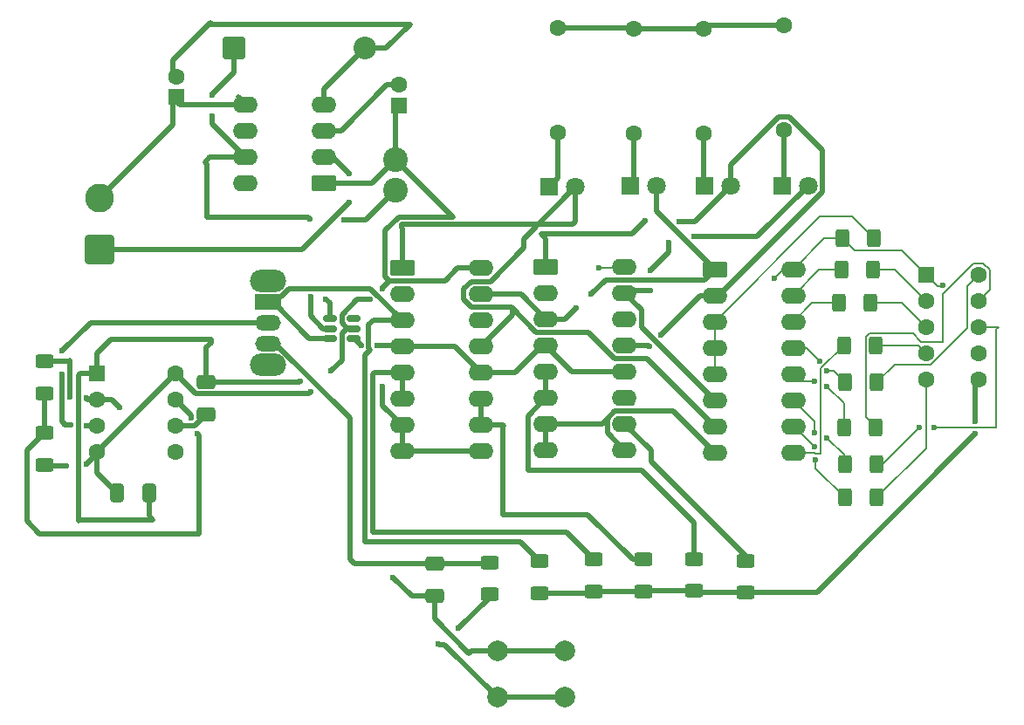
<source format=gbr>
%TF.GenerationSoftware,KiCad,Pcbnew,9.0.3*%
%TF.CreationDate,2025-12-16T11:33:00+01:00*%
%TF.ProjectId,PTP_Josip_Grgic_Project1,5054505f-4a6f-4736-9970-5f4772676963,rev?*%
%TF.SameCoordinates,Original*%
%TF.FileFunction,Copper,L1,Top*%
%TF.FilePolarity,Positive*%
%FSLAX46Y46*%
G04 Gerber Fmt 4.6, Leading zero omitted, Abs format (unit mm)*
G04 Created by KiCad (PCBNEW 9.0.3) date 2025-12-16 11:33:00*
%MOMM*%
%LPD*%
G01*
G04 APERTURE LIST*
G04 Aperture macros list*
%AMRoundRect*
0 Rectangle with rounded corners*
0 $1 Rounding radius*
0 $2 $3 $4 $5 $6 $7 $8 $9 X,Y pos of 4 corners*
0 Add a 4 corners polygon primitive as box body*
4,1,4,$2,$3,$4,$5,$6,$7,$8,$9,$2,$3,0*
0 Add four circle primitives for the rounded corners*
1,1,$1+$1,$2,$3*
1,1,$1+$1,$4,$5*
1,1,$1+$1,$6,$7*
1,1,$1+$1,$8,$9*
0 Add four rect primitives between the rounded corners*
20,1,$1+$1,$2,$3,$4,$5,0*
20,1,$1+$1,$4,$5,$6,$7,0*
20,1,$1+$1,$6,$7,$8,$9,0*
20,1,$1+$1,$8,$9,$2,$3,0*%
G04 Aperture macros list end*
%TA.AperFunction,ComponentPad*%
%ADD10RoundRect,0.250000X0.550000X-0.550000X0.550000X0.550000X-0.550000X0.550000X-0.550000X-0.550000X0*%
%TD*%
%TA.AperFunction,ComponentPad*%
%ADD11C,1.600000*%
%TD*%
%TA.AperFunction,ComponentPad*%
%ADD12RoundRect,0.250000X0.950000X0.550000X-0.950000X0.550000X-0.950000X-0.550000X0.950000X-0.550000X0*%
%TD*%
%TA.AperFunction,ComponentPad*%
%ADD13O,2.400000X1.600000*%
%TD*%
%TA.AperFunction,SMDPad,CuDef*%
%ADD14RoundRect,0.250000X0.650000X-0.412500X0.650000X0.412500X-0.650000X0.412500X-0.650000X-0.412500X0*%
%TD*%
%TA.AperFunction,SMDPad,CuDef*%
%ADD15RoundRect,0.250000X-0.400000X-0.625000X0.400000X-0.625000X0.400000X0.625000X-0.400000X0.625000X0*%
%TD*%
%TA.AperFunction,SMDPad,CuDef*%
%ADD16RoundRect,0.250000X0.625000X-0.400000X0.625000X0.400000X-0.625000X0.400000X-0.625000X-0.400000X0*%
%TD*%
%TA.AperFunction,ComponentPad*%
%ADD17C,2.400000*%
%TD*%
%TA.AperFunction,SMDPad,CuDef*%
%ADD18RoundRect,0.250000X-0.412500X-0.650000X0.412500X-0.650000X0.412500X0.650000X-0.412500X0.650000X0*%
%TD*%
%TA.AperFunction,ComponentPad*%
%ADD19RoundRect,0.250000X-0.550000X-0.550000X0.550000X-0.550000X0.550000X0.550000X-0.550000X0.550000X0*%
%TD*%
%TA.AperFunction,ComponentPad*%
%ADD20C,2.000000*%
%TD*%
%TA.AperFunction,ComponentPad*%
%ADD21R,1.800000X1.800000*%
%TD*%
%TA.AperFunction,ComponentPad*%
%ADD22C,1.800000*%
%TD*%
%TA.AperFunction,SMDPad,CuDef*%
%ADD23RoundRect,0.250000X-0.625000X0.400000X-0.625000X-0.400000X0.625000X-0.400000X0.625000X0.400000X0*%
%TD*%
%TA.AperFunction,ComponentPad*%
%ADD24RoundRect,0.250000X-0.950000X-0.550000X0.950000X-0.550000X0.950000X0.550000X-0.950000X0.550000X0*%
%TD*%
%TA.AperFunction,SMDPad,CuDef*%
%ADD25RoundRect,0.150000X-0.512500X-0.150000X0.512500X-0.150000X0.512500X0.150000X-0.512500X0.150000X0*%
%TD*%
%TA.AperFunction,ComponentPad*%
%ADD26R,1.600000X1.600000*%
%TD*%
%TA.AperFunction,ComponentPad*%
%ADD27RoundRect,0.250001X1.149999X-1.149999X1.149999X1.149999X-1.149999X1.149999X-1.149999X-1.149999X0*%
%TD*%
%TA.AperFunction,ComponentPad*%
%ADD28C,2.800000*%
%TD*%
%TA.AperFunction,ComponentPad*%
%ADD29RoundRect,0.249999X-0.850001X-0.850001X0.850001X-0.850001X0.850001X0.850001X-0.850001X0.850001X0*%
%TD*%
%TA.AperFunction,ComponentPad*%
%ADD30C,2.200000*%
%TD*%
%TA.AperFunction,ComponentPad*%
%ADD31O,3.500000X2.200000*%
%TD*%
%TA.AperFunction,ComponentPad*%
%ADD32R,2.500000X1.500000*%
%TD*%
%TA.AperFunction,ComponentPad*%
%ADD33O,2.500000X1.500000*%
%TD*%
%TA.AperFunction,ViaPad*%
%ADD34C,0.600000*%
%TD*%
%TA.AperFunction,Conductor*%
%ADD35C,0.500000*%
%TD*%
%TA.AperFunction,Conductor*%
%ADD36C,0.200000*%
%TD*%
G04 APERTURE END LIST*
D10*
%TO.P,C1,1*%
%TO.N,VD*%
X132000000Y-57425000D03*
D11*
%TO.P,C1,2*%
%TO.N,GND*%
X132000000Y-55425000D03*
%TD*%
D12*
%TO.P,U1,1,FB*%
%TO.N,+5V*%
X146325000Y-65775000D03*
D13*
%TO.P,U1,2,SGND*%
%TO.N,GND*%
X146325000Y-63235000D03*
%TO.P,U1,3,~{ON}/OFF*%
X146325000Y-60695000D03*
%TO.P,U1,4,PGND*%
X146325000Y-58155000D03*
%TO.P,U1,5,VIN*%
%TO.N,VD*%
X138705000Y-58155000D03*
%TO.P,U1,6,NC*%
%TO.N,unconnected-(U1-NC-Pad6)*%
X138705000Y-60695000D03*
%TO.P,U1,7,OUT*%
%TO.N,Net-(D4-K)*%
X138705000Y-63235000D03*
%TO.P,U1,8,NC*%
%TO.N,unconnected-(U1-NC-Pad8)*%
X138705000Y-65775000D03*
%TD*%
D14*
%TO.P,C3,1*%
%TO.N,GND*%
X157025000Y-105850000D03*
%TO.P,C3,2*%
%TO.N,Net-(SW2-A)*%
X157025000Y-102725000D03*
%TD*%
D15*
%TO.P,R6,1*%
%TO.N,Net-(U4-b)*%
X196725000Y-89450000D03*
%TO.P,R6,2*%
%TO.N,Net-(U5-B)*%
X199825000Y-89450000D03*
%TD*%
D16*
%TO.P,R12,1*%
%TO.N,+5V*%
X187200000Y-105500000D03*
%TO.P,R12,2*%
%TO.N,Net-(U3B-J)*%
X187200000Y-102400000D03*
%TD*%
D17*
%TO.P,L1,1,1*%
%TO.N,Net-(D4-K)*%
X153250000Y-66475000D03*
%TO.P,L1,2,2*%
%TO.N,+5V*%
X153250000Y-63475000D03*
%TD*%
D18*
%TO.P,C4,1*%
%TO.N,+5V*%
X126237500Y-95800000D03*
%TO.P,C4,2*%
%TO.N,GND*%
X129362500Y-95800000D03*
%TD*%
D15*
%TO.P,R14,1*%
%TO.N,Net-(U4-d)*%
X196825000Y-96245000D03*
%TO.P,R14,2*%
%TO.N,Net-(U5-D)*%
X199925000Y-96245000D03*
%TD*%
D16*
%TO.P,R9,1*%
%TO.N,+5V*%
X172450000Y-105400000D03*
%TO.P,R9,2*%
%TO.N,Net-(U2A-J)*%
X172450000Y-102300000D03*
%TD*%
D19*
%TO.P,U7,1,GND*%
%TO.N,GND*%
X124295000Y-84215000D03*
D11*
%TO.P,U7,2,TR*%
%TO.N,Net-(U7-THR)*%
X124295000Y-86755000D03*
%TO.P,U7,3,Q*%
%TO.N,555*%
X124295000Y-89295000D03*
%TO.P,U7,4,R*%
%TO.N,+5V*%
X124295000Y-91835000D03*
%TO.P,U7,5,CV*%
%TO.N,unconnected-(U7-CV-Pad5)*%
X131915000Y-91835000D03*
%TO.P,U7,6,THR*%
%TO.N,Net-(U7-THR)*%
X131915000Y-89295000D03*
%TO.P,U7,7,DIS*%
%TO.N,Net-(U7-DIS)*%
X131915000Y-86755000D03*
%TO.P,U7,8,VCC*%
%TO.N,+5V*%
X131915000Y-84215000D03*
%TD*%
D20*
%TO.P,SW1,1,1*%
%TO.N,GND*%
X163125000Y-111175000D03*
X169625000Y-111175000D03*
%TO.P,SW1,2,2*%
%TO.N,Net-(R13-Pad1)*%
X163125000Y-115675000D03*
X169625000Y-115675000D03*
%TD*%
D21*
%TO.P,D3,1,K*%
%TO.N,Net-(D3-K)*%
X183225000Y-66000000D03*
D22*
%TO.P,D3,2,A*%
%TO.N,Q2*%
X185765000Y-66000000D03*
%TD*%
D14*
%TO.P,C5,1*%
%TO.N,Net-(U7-THR)*%
X134850000Y-88175000D03*
%TO.P,C5,2*%
%TO.N,GND*%
X134850000Y-85050000D03*
%TD*%
D23*
%TO.P,R7,1*%
%TO.N,Clock*%
X167250000Y-102425000D03*
%TO.P,R7,2*%
%TO.N,+5V*%
X167250000Y-105525000D03*
%TD*%
D21*
%TO.P,D1,1,K*%
%TO.N,Net-(D1-K)*%
X168160000Y-66150000D03*
D22*
%TO.P,D1,2,A*%
%TO.N,Q0*%
X170700000Y-66150000D03*
%TD*%
D11*
%TO.P,R3,1*%
%TO.N,Net-(D3-K)*%
X183150000Y-60980000D03*
%TO.P,R3,2*%
%TO.N,GND*%
X183150000Y-50820000D03*
%TD*%
D21*
%TO.P,D2,1,K*%
%TO.N,Net-(D2-K)*%
X175975000Y-66000000D03*
D22*
%TO.P,D2,2,A*%
%TO.N,Q1*%
X178515000Y-66000000D03*
%TD*%
D21*
%TO.P,D5,1,K*%
%TO.N,Net-(D5-K)*%
X190725000Y-66000000D03*
D22*
%TO.P,D5,2,A*%
%TO.N,Q3*%
X193265000Y-66000000D03*
%TD*%
D15*
%TO.P,R17,1*%
%TO.N,Net-(U4-f)*%
X196475000Y-74150000D03*
%TO.P,R17,2*%
%TO.N,Net-(U5-F)*%
X199575000Y-74150000D03*
%TD*%
D16*
%TO.P,R20,1*%
%TO.N,Net-(U7-DIS)*%
X119175000Y-86150000D03*
%TO.P,R20,2*%
%TO.N,Net-(U7-THR)*%
X119175000Y-83050000D03*
%TD*%
D15*
%TO.P,R18,1*%
%TO.N,Net-(U4-g)*%
X196225000Y-77400000D03*
%TO.P,R18,2*%
%TO.N,Net-(U5-G)*%
X199325000Y-77400000D03*
%TD*%
D24*
%TO.P,U3,1,Q*%
%TO.N,Q2*%
X167830000Y-73895000D03*
D13*
%TO.P,U3,2,~{Q}*%
%TO.N,unconnected-(U3A-~{Q}-Pad2)*%
X167830000Y-76435000D03*
%TO.P,U3,3,C*%
%TO.N,Q1*%
X167830000Y-78975000D03*
%TO.P,U3,4,R*%
%TO.N,Reset*%
X167830000Y-81515000D03*
%TO.P,U3,5,K*%
%TO.N,Net-(U3A-J)*%
X167830000Y-84055000D03*
%TO.P,U3,6,J*%
X167830000Y-86595000D03*
%TO.P,U3,7,S*%
%TO.N,GND*%
X167830000Y-89135000D03*
%TO.P,U3,8,VSS*%
X167830000Y-91675000D03*
%TO.P,U3,9,S*%
X175450000Y-91675000D03*
%TO.P,U3,10,J*%
%TO.N,Net-(U3B-J)*%
X175450000Y-89135000D03*
%TO.P,U3,11,K*%
X175450000Y-86595000D03*
%TO.P,U3,12,R*%
%TO.N,Reset*%
X175450000Y-84055000D03*
%TO.P,U3,13,C*%
%TO.N,Q2*%
X175450000Y-81515000D03*
%TO.P,U3,14,~{Q}*%
%TO.N,unconnected-(U3B-~{Q}-Pad14)*%
X175450000Y-78975000D03*
%TO.P,U3,15,Q*%
%TO.N,Q3*%
X175450000Y-76435000D03*
%TO.P,U3,16,VDD*%
%TO.N,+5V*%
X175450000Y-73895000D03*
%TD*%
D25*
%TO.P,U6,1*%
%TO.N,Q3*%
X146912500Y-78925000D03*
%TO.P,U6,2,GND*%
%TO.N,GND*%
X146912500Y-79875000D03*
%TO.P,U6,3*%
%TO.N,Clock*%
X146912500Y-80825000D03*
%TO.P,U6,4*%
%TO.N,Reset*%
X149187500Y-80825000D03*
%TO.P,U6,5,VCC*%
%TO.N,+5V*%
X149187500Y-79875000D03*
%TO.P,U6,6*%
%TO.N,Q1*%
X149187500Y-78925000D03*
%TD*%
D16*
%TO.P,R10,1*%
%TO.N,+5V*%
X177300000Y-105400000D03*
%TO.P,R10,2*%
%TO.N,Net-(U2B-J)*%
X177300000Y-102300000D03*
%TD*%
D15*
%TO.P,R5,1*%
%TO.N,Net-(U4-a)*%
X196825000Y-85095000D03*
%TO.P,R5,2*%
%TO.N,Net-(U5-A)*%
X199925000Y-85095000D03*
%TD*%
D16*
%TO.P,R13,1*%
%TO.N,Net-(R13-Pad1)*%
X162375000Y-105675000D03*
%TO.P,R13,2*%
%TO.N,Net-(SW2-A)*%
X162375000Y-102575000D03*
%TD*%
D24*
%TO.P,U4,1,B*%
%TO.N,Q1*%
X184190000Y-74135000D03*
D13*
%TO.P,U4,2,C*%
%TO.N,Q2*%
X184190000Y-76675000D03*
%TO.P,U4,3,LT*%
%TO.N,Net-(U4-BI)*%
X184190000Y-79215000D03*
%TO.P,U4,4,BI*%
X184190000Y-81755000D03*
%TO.P,U4,5,RBI*%
X184190000Y-84295000D03*
%TO.P,U4,6,D*%
%TO.N,Q3*%
X184190000Y-86835000D03*
%TO.P,U4,7,A*%
%TO.N,Q0*%
X184190000Y-89375000D03*
%TO.P,U4,8,GND*%
%TO.N,GND*%
X184190000Y-91915000D03*
%TO.P,U4,9,e*%
%TO.N,Net-(U4-e)*%
X191810000Y-91915000D03*
%TO.P,U4,10,d*%
%TO.N,Net-(U4-d)*%
X191810000Y-89375000D03*
%TO.P,U4,11,c*%
%TO.N,Net-(U4-c)*%
X191810000Y-86835000D03*
%TO.P,U4,12,b*%
%TO.N,Net-(U4-b)*%
X191810000Y-84295000D03*
%TO.P,U4,13,a*%
%TO.N,Net-(U4-a)*%
X191810000Y-81755000D03*
%TO.P,U4,14,g*%
%TO.N,Net-(U4-g)*%
X191810000Y-79215000D03*
%TO.P,U4,15,f*%
%TO.N,Net-(U4-f)*%
X191810000Y-76675000D03*
%TO.P,U4,16,VCC*%
%TO.N,+5V*%
X191810000Y-74135000D03*
%TD*%
D11*
%TO.P,R4,1*%
%TO.N,Net-(D5-K)*%
X190900000Y-60630000D03*
%TO.P,R4,2*%
%TO.N,GND*%
X190900000Y-50470000D03*
%TD*%
D15*
%TO.P,R8,1*%
%TO.N,Net-(U4-c)*%
X196825000Y-92995000D03*
%TO.P,R8,2*%
%TO.N,Net-(U5-C)*%
X199925000Y-92995000D03*
%TD*%
%TO.P,R16,1*%
%TO.N,Net-(U4-e)*%
X196725000Y-81520000D03*
%TO.P,R16,2*%
%TO.N,Net-(U5-E)*%
X199825000Y-81520000D03*
%TD*%
%TO.P,R15,1*%
%TO.N,+5V*%
X196575000Y-71125000D03*
%TO.P,R15,2*%
%TO.N,Net-(U4-BI)*%
X199675000Y-71125000D03*
%TD*%
D11*
%TO.P,R1,1*%
%TO.N,Net-(D1-K)*%
X169025000Y-60855000D03*
%TO.P,R1,2*%
%TO.N,GND*%
X169025000Y-50695000D03*
%TD*%
D26*
%TO.P,U5,1,CA*%
%TO.N,+5V*%
X204682500Y-74632500D03*
D11*
%TO.P,U5,2,F*%
%TO.N,Net-(U5-F)*%
X204682500Y-77172500D03*
%TO.P,U5,3,G*%
%TO.N,Net-(U5-G)*%
X204682500Y-79712500D03*
%TO.P,U5,4,E*%
%TO.N,Net-(U5-E)*%
X204682500Y-82252500D03*
%TO.P,U5,5,D*%
%TO.N,Net-(U5-D)*%
X204682500Y-84792500D03*
%TO.P,U5,6,CA*%
%TO.N,+5V*%
X209762500Y-84792500D03*
%TO.P,U5,7,DP*%
%TO.N,unconnected-(U5-DP-Pad7)*%
X209762500Y-82252500D03*
%TO.P,U5,8,C*%
%TO.N,Net-(U5-C)*%
X209762500Y-79712500D03*
%TO.P,U5,9,B*%
%TO.N,Net-(U5-B)*%
X209762500Y-77172500D03*
%TO.P,U5,10,A*%
%TO.N,Net-(U5-A)*%
X209762500Y-74632500D03*
%TD*%
%TO.P,R2,1*%
%TO.N,Net-(D2-K)*%
X176325000Y-60980000D03*
%TO.P,R2,2*%
%TO.N,GND*%
X176325000Y-50820000D03*
%TD*%
D27*
%TO.P,J1,1,Pin_1*%
%TO.N,GND*%
X124542500Y-72200000D03*
D28*
%TO.P,J1,2,Pin_2*%
%TO.N,VD*%
X124542500Y-67200000D03*
%TD*%
D24*
%TO.P,U2,1,Q*%
%TO.N,Q0*%
X153915000Y-74010000D03*
D13*
%TO.P,U2,2,~{Q}*%
%TO.N,unconnected-(U2A-~{Q}-Pad2)*%
X153915000Y-76550000D03*
%TO.P,U2,3,C*%
%TO.N,Clock*%
X153915000Y-79090000D03*
%TO.P,U2,4,R*%
%TO.N,Reset*%
X153915000Y-81630000D03*
%TO.P,U2,5,K*%
%TO.N,Net-(U2A-J)*%
X153915000Y-84170000D03*
%TO.P,U2,6,J*%
X153915000Y-86710000D03*
%TO.P,U2,7,S*%
%TO.N,GND*%
X153915000Y-89250000D03*
%TO.P,U2,8,VSS*%
X153915000Y-91790000D03*
%TO.P,U2,9,S*%
X161535000Y-91790000D03*
%TO.P,U2,10,J*%
%TO.N,Net-(U2B-J)*%
X161535000Y-89250000D03*
%TO.P,U2,11,K*%
X161535000Y-86710000D03*
%TO.P,U2,12,R*%
%TO.N,Reset*%
X161535000Y-84170000D03*
%TO.P,U2,13,C*%
%TO.N,Q0*%
X161535000Y-81630000D03*
%TO.P,U2,14,~{Q}*%
%TO.N,unconnected-(U2B-~{Q}-Pad14)*%
X161535000Y-79090000D03*
%TO.P,U2,15,Q*%
%TO.N,Q1*%
X161535000Y-76550000D03*
%TO.P,U2,16,VDD*%
%TO.N,+5V*%
X161535000Y-74010000D03*
%TD*%
D16*
%TO.P,R11,1*%
%TO.N,+5V*%
X182225000Y-105350000D03*
%TO.P,R11,2*%
%TO.N,Net-(U3A-J)*%
X182225000Y-102250000D03*
%TD*%
D10*
%TO.P,C2,1*%
%TO.N,+5V*%
X153550000Y-58225000D03*
D11*
%TO.P,C2,2*%
%TO.N,GND*%
X153550000Y-56225000D03*
%TD*%
D29*
%TO.P,D4,1,K*%
%TO.N,Net-(D4-K)*%
X137600000Y-52650000D03*
D30*
%TO.P,D4,2,A*%
%TO.N,GND*%
X150300000Y-52650000D03*
%TD*%
D16*
%TO.P,R19,1*%
%TO.N,+5V*%
X119175000Y-93100000D03*
%TO.P,R19,2*%
%TO.N,Net-(U7-DIS)*%
X119175000Y-90000000D03*
%TD*%
D31*
%TO.P,SW2,*%
%TO.N,*%
X140850000Y-75225000D03*
X140850000Y-83425000D03*
D32*
%TO.P,SW2,1,B*%
%TO.N,Clock*%
X140850000Y-77325000D03*
D33*
%TO.P,SW2,2,C*%
%TO.N,555*%
X140850000Y-79325000D03*
%TO.P,SW2,3,A*%
%TO.N,Net-(SW2-A)*%
X140850000Y-81325000D03*
%TD*%
D34*
%TO.N,+5V*%
X152000000Y-76049000D03*
X150815341Y-77051000D03*
%TO.N,GND*%
X144000000Y-72200000D03*
X144999000Y-76750000D03*
%TO.N,+5V*%
X147000000Y-84000000D03*
X145000000Y-86000000D03*
%TO.N,Q1*%
X149187500Y-78925000D03*
X162181269Y-77051000D03*
X160688240Y-76811759D03*
X160688240Y-76811759D03*
X160688240Y-76811759D03*
%TO.N,Net-(U3B-J)*%
X176214978Y-87134000D03*
%TO.N,+5V*%
X173000000Y-74000000D03*
X190000000Y-75000000D03*
%TO.N,GND*%
X152000000Y-85500000D03*
X167000000Y-92000000D03*
%TO.N,+5V*%
X206299527Y-75689893D03*
%TO.N,GND*%
X144000000Y-85000000D03*
%TO.N,Net-(U7-THR)*%
X126500000Y-87500000D03*
%TO.N,GND*%
X153000000Y-104000000D03*
%TO.N,Q3*%
X146500000Y-77000000D03*
%TO.N,Reset*%
X149900000Y-81500000D03*
X151500000Y-81500000D03*
%TO.N,Q2*%
X179000000Y-80500000D03*
X177897169Y-81602831D03*
%TO.N,+5V*%
X209500000Y-88900000D03*
X209500000Y-90100000D03*
%TO.N,Net-(U5-C)*%
X205500000Y-89500000D03*
X204000000Y-89500000D03*
%TO.N,Net-(U4-d)*%
X193893327Y-91315000D03*
X194000000Y-92600000D03*
%TO.N,Net-(U4-c)*%
X193900000Y-90000000D03*
X195100000Y-90500000D03*
%TO.N,Net-(U4-b)*%
X193900000Y-85000000D03*
X195100000Y-85500000D03*
%TO.N,Net-(U4-a)*%
X194375735Y-83020735D03*
X195100000Y-84000000D03*
%TO.N,GND*%
X148775000Y-64850000D03*
X148775000Y-67625000D03*
%TO.N,+5V*%
X121300000Y-93200000D03*
X123225000Y-93050000D03*
%TO.N,Net-(U7-THR)*%
X121675000Y-86525000D03*
X123225000Y-86600000D03*
%TO.N,Q1*%
X170737169Y-77862831D03*
X172200000Y-76550000D03*
%TO.N,Q2*%
X180775000Y-69475000D03*
X177475000Y-69400000D03*
%TO.N,Net-(D4-K)*%
X144975000Y-69275000D03*
X148275000Y-69325000D03*
X135450000Y-59250000D03*
X135450000Y-57200000D03*
%TO.N,Q3*%
X177925000Y-74275000D03*
X179750000Y-71525000D03*
X177950000Y-76175000D03*
X182175000Y-70975000D03*
%TO.N,Net-(R13-Pad1)*%
X159375000Y-108950000D03*
X157425000Y-110500000D03*
%TO.N,Net-(U7-DIS)*%
X134000000Y-90050000D03*
X133426752Y-88537586D03*
%TO.N,555*%
X120875000Y-84350000D03*
X123225000Y-89325000D03*
X120925000Y-82050000D03*
X121725000Y-89225000D03*
%TD*%
D35*
%TO.N,Net-(U7-DIS)*%
X117500000Y-91675000D02*
X119175000Y-90000000D01*
X117500000Y-98575000D02*
X117500000Y-91675000D01*
D36*
%TO.N,Net-(U5-C)*%
X211712500Y-79712500D02*
X209762500Y-79712500D01*
X211500000Y-89500000D02*
X211500000Y-79925000D01*
X205500000Y-89500000D02*
X211500000Y-89500000D01*
X211500000Y-79925000D02*
X211712500Y-79712500D01*
D35*
%TO.N,Net-(U7-DIS)*%
X134150000Y-90200000D02*
X134000000Y-90050000D01*
X134075000Y-99775000D02*
X134150000Y-99850000D01*
X118700000Y-99775000D02*
X134075000Y-99775000D01*
X117500000Y-98575000D02*
X118700000Y-99775000D01*
X134150000Y-99850000D02*
X134150000Y-90200000D01*
%TO.N,+5V*%
X152000000Y-75928708D02*
X152667708Y-75261000D01*
X152000000Y-76049000D02*
X152000000Y-75928708D01*
X149544900Y-77051000D02*
X150815341Y-77051000D01*
X148074000Y-78521900D02*
X149544900Y-77051000D01*
X148074000Y-79328100D02*
X148074000Y-78521900D01*
X148620900Y-79875000D02*
X148074000Y-79328100D01*
X149187500Y-79875000D02*
X148620900Y-79875000D01*
%TO.N,GND*%
X144200000Y-72200000D02*
X144000000Y-72200000D01*
X144999000Y-78623999D02*
X144999000Y-76750000D01*
X146250001Y-79875000D02*
X144999000Y-78623999D01*
X146912500Y-79875000D02*
X146250001Y-79875000D01*
%TO.N,+5V*%
X148525001Y-79875000D02*
X149187500Y-79875000D01*
X148074000Y-82926000D02*
X148074000Y-80326001D01*
X147000000Y-84000000D02*
X148074000Y-82926000D01*
X144836500Y-86163500D02*
X145000000Y-86000000D01*
X133863500Y-86163500D02*
X144836500Y-86163500D01*
X148074000Y-80326001D02*
X148525001Y-79875000D01*
X131915000Y-84215000D02*
X133863500Y-86163500D01*
%TO.N,Q1*%
X161680269Y-76550000D02*
X162181269Y-77051000D01*
X161535000Y-76550000D02*
X161680269Y-76550000D01*
X160949999Y-76550000D02*
X160688240Y-76811759D01*
X161535000Y-76550000D02*
X160949999Y-76550000D01*
%TO.N,Q0*%
X164592910Y-78572090D02*
X164592910Y-77907090D01*
X161535000Y-81630000D02*
X164592910Y-78572090D01*
X164592910Y-77907090D02*
X166911819Y-80226000D01*
%TO.N,GND*%
X173280819Y-89135000D02*
X173799000Y-88616819D01*
X167830000Y-89135000D02*
X173280819Y-89135000D01*
X167830000Y-91675000D02*
X167830000Y-89135000D01*
%TO.N,Net-(U3B-J)*%
X175675978Y-86595000D02*
X176214978Y-87134000D01*
X175450000Y-86595000D02*
X175675978Y-86595000D01*
D36*
%TO.N,+5V*%
X175345000Y-74000000D02*
X173000000Y-74000000D01*
X175450000Y-73895000D02*
X175345000Y-74000000D01*
%TO.N,Net-(U4-BI)*%
X184190000Y-79215000D02*
X184190000Y-84295000D01*
%TO.N,+5V*%
X190865000Y-74135000D02*
X190000000Y-75000000D01*
X191810000Y-74135000D02*
X190865000Y-74135000D01*
D35*
%TO.N,Net-(U3A-J)*%
X167830000Y-86595000D02*
X167830000Y-84055000D01*
%TO.N,Net-(U2B-J)*%
X161535000Y-86710000D02*
X161535000Y-89250000D01*
%TO.N,Net-(U2A-J)*%
X153915000Y-86710000D02*
X153915000Y-84170000D01*
%TO.N,GND*%
X152000000Y-87335000D02*
X152000000Y-85500000D01*
X153915000Y-89250000D02*
X152000000Y-87335000D01*
X153915000Y-91790000D02*
X153915000Y-89250000D01*
X161535000Y-91790000D02*
X153915000Y-91790000D01*
X167325000Y-91675000D02*
X167000000Y-92000000D01*
X167830000Y-91675000D02*
X167325000Y-91675000D01*
X173799000Y-90024000D02*
X175450000Y-91675000D01*
X174531819Y-87884000D02*
X173799000Y-88616819D01*
X180159000Y-87884000D02*
X174531819Y-87884000D01*
X173799000Y-88616819D02*
X173799000Y-90024000D01*
X184190000Y-91915000D02*
X180159000Y-87884000D01*
D36*
%TO.N,+5V*%
X206189893Y-75799527D02*
X206299527Y-75689893D01*
X205849527Y-75799527D02*
X206189893Y-75799527D01*
X204682500Y-74632500D02*
X205849527Y-75799527D01*
D35*
X152264000Y-70369636D02*
X152264000Y-74857292D01*
X152264000Y-74857292D02*
X152667708Y-75261000D01*
X153559636Y-69074000D02*
X152264000Y-70369636D01*
X158849000Y-69074000D02*
X153559636Y-69074000D01*
X159285000Y-74010000D02*
X161535000Y-74010000D01*
X153250000Y-63475000D02*
X158849000Y-69074000D01*
X152667708Y-75261000D02*
X158034000Y-75261000D01*
X158034000Y-75261000D02*
X159285000Y-74010000D01*
%TO.N,GND*%
X143950000Y-85050000D02*
X144000000Y-85000000D01*
X134850000Y-85050000D02*
X143950000Y-85050000D01*
%TO.N,Net-(U7-THR)*%
X125755000Y-86755000D02*
X126500000Y-87500000D01*
X124295000Y-86755000D02*
X125755000Y-86755000D01*
%TO.N,+5V*%
X124295000Y-91835000D02*
X131915000Y-84215000D01*
%TO.N,GND*%
X163125000Y-111175000D02*
X169625000Y-111175000D01*
%TO.N,Net-(R13-Pad1)*%
X163125000Y-115675000D02*
X169625000Y-115675000D01*
%TO.N,GND*%
X154850000Y-105850000D02*
X153000000Y-104000000D01*
X157025000Y-105850000D02*
X154850000Y-105850000D01*
%TO.N,Clock*%
X142142445Y-76776000D02*
X142918445Y-76000000D01*
X142918445Y-76000000D02*
X150825000Y-76000000D01*
X141399000Y-76776000D02*
X142142445Y-76776000D01*
X140850000Y-77325000D02*
X141399000Y-76776000D01*
X150825000Y-76000000D02*
X153915000Y-79090000D01*
%TO.N,Reset*%
X153785000Y-81500000D02*
X153915000Y-81630000D01*
X151500000Y-81500000D02*
X153785000Y-81500000D01*
X149225000Y-80825000D02*
X149900000Y-81500000D01*
X149187500Y-80825000D02*
X149225000Y-80825000D01*
X158995000Y-81630000D02*
X161535000Y-84170000D01*
X153915000Y-81630000D02*
X158995000Y-81630000D01*
X164830000Y-84170000D02*
X161535000Y-84170000D01*
X167485000Y-81515000D02*
X164830000Y-84170000D01*
X167830000Y-81515000D02*
X167485000Y-81515000D01*
X170370000Y-84055000D02*
X167830000Y-81515000D01*
X175450000Y-84055000D02*
X170370000Y-84055000D01*
%TO.N,Q2*%
X182825000Y-76675000D02*
X184190000Y-76675000D01*
X179000000Y-80500000D02*
X182825000Y-76675000D01*
X177809338Y-81515000D02*
X177897169Y-81602831D01*
X175450000Y-81515000D02*
X177809338Y-81515000D01*
%TO.N,+5V*%
X209500000Y-85055000D02*
X209762500Y-84792500D01*
X209500000Y-88900000D02*
X209500000Y-85055000D01*
X194100000Y-105500000D02*
X209500000Y-90100000D01*
X187200000Y-105500000D02*
X194100000Y-105500000D01*
D36*
X197751000Y-72301000D02*
X196575000Y-71125000D01*
X202351000Y-72301000D02*
X197751000Y-72301000D01*
X204682500Y-74632500D02*
X202351000Y-72301000D01*
D35*
%TO.N,Q2*%
X184590000Y-76675000D02*
X184190000Y-76675000D01*
X191418182Y-59379000D02*
X194616000Y-62576818D01*
X194616000Y-62576818D02*
X194616000Y-66649000D01*
X190381818Y-59379000D02*
X191418182Y-59379000D01*
X194616000Y-66649000D02*
X184590000Y-76675000D01*
X185765000Y-63995818D02*
X190381818Y-59379000D01*
X185765000Y-66000000D02*
X185765000Y-63995818D01*
%TO.N,Q3*%
X177101000Y-79746000D02*
X184190000Y-86835000D01*
X177101000Y-78086000D02*
X177101000Y-79746000D01*
X175450000Y-76435000D02*
X177101000Y-78086000D01*
%TO.N,Q0*%
X177581000Y-82766000D02*
X184190000Y-89375000D01*
X174531819Y-82766000D02*
X177581000Y-82766000D01*
X171991819Y-80226000D02*
X174531819Y-82766000D01*
X166911819Y-80226000D02*
X171991819Y-80226000D01*
X164486819Y-77801000D02*
X164592910Y-77907090D01*
X160616819Y-77801000D02*
X164486819Y-77801000D01*
X159884000Y-77068181D02*
X160616819Y-77801000D01*
X159884000Y-76031819D02*
X159884000Y-77068181D01*
X160616819Y-75299000D02*
X159884000Y-76031819D01*
X162453181Y-75299000D02*
X160616819Y-75299000D01*
X165695364Y-72056817D02*
X162453181Y-75299000D01*
X165695364Y-71154636D02*
X165695364Y-72056817D01*
X170700000Y-66150000D02*
X165695364Y-71154636D01*
D36*
%TO.N,Net-(U5-B)*%
X210863500Y-76071500D02*
X209762500Y-77172500D01*
X210863500Y-74176450D02*
X210863500Y-76071500D01*
X210218550Y-73531500D02*
X210863500Y-74176450D01*
X209306450Y-73531500D02*
X210218550Y-73531500D01*
X206348500Y-76489450D02*
X209306450Y-73531500D01*
X206348500Y-81151500D02*
X206348500Y-76489450D01*
X204226450Y-81151500D02*
X206348500Y-81151500D01*
X203418950Y-80344000D02*
X204226450Y-81151500D01*
X199189840Y-80344000D02*
X203418950Y-80344000D01*
X198874000Y-80659840D02*
X199189840Y-80344000D01*
X198874000Y-88499000D02*
X198874000Y-80659840D01*
X199825000Y-89450000D02*
X198874000Y-88499000D01*
%TO.N,Net-(U5-A)*%
X208661500Y-75733500D02*
X209762500Y-74632500D01*
X208661500Y-79838500D02*
X208661500Y-75733500D01*
X205146500Y-83353500D02*
X208661500Y-79838500D01*
X201666500Y-83353500D02*
X205146500Y-83353500D01*
X199925000Y-85095000D02*
X201666500Y-83353500D01*
%TO.N,Net-(U5-E)*%
X199825000Y-81520000D02*
X203950000Y-81520000D01*
X203950000Y-81520000D02*
X204682500Y-82252500D01*
%TO.N,Net-(U5-G)*%
X202370000Y-77400000D02*
X204682500Y-79712500D01*
X199325000Y-77400000D02*
X202370000Y-77400000D01*
%TO.N,Net-(U5-F)*%
X201660000Y-74150000D02*
X204682500Y-77172500D01*
X199575000Y-74150000D02*
X201660000Y-74150000D01*
%TO.N,Net-(U4-BI)*%
X197550000Y-69000000D02*
X194405000Y-69000000D01*
X194405000Y-69000000D02*
X184190000Y-79215000D01*
X199675000Y-71125000D02*
X197550000Y-69000000D01*
%TO.N,Net-(U5-C)*%
X200505000Y-92995000D02*
X204000000Y-89500000D01*
X199925000Y-92995000D02*
X200505000Y-92995000D01*
%TO.N,Net-(U5-D)*%
X204682500Y-91487500D02*
X204682500Y-84792500D01*
X199925000Y-96245000D02*
X204682500Y-91487500D01*
%TO.N,Net-(U4-d)*%
X191953327Y-89375000D02*
X191810000Y-89375000D01*
X193893327Y-91315000D02*
X191953327Y-89375000D01*
X196825000Y-96245000D02*
X194000000Y-93420000D01*
X194000000Y-93420000D02*
X194000000Y-92600000D01*
%TO.N,Net-(U4-c)*%
X193900000Y-88925000D02*
X191810000Y-86835000D01*
X193900000Y-90000000D02*
X193900000Y-88925000D01*
X196825000Y-92225000D02*
X195100000Y-90500000D01*
X196825000Y-92995000D02*
X196825000Y-92225000D01*
%TO.N,Net-(U4-b)*%
X192515000Y-85000000D02*
X191810000Y-84295000D01*
X196725000Y-87125000D02*
X195100000Y-85500000D01*
X193900000Y-85000000D02*
X192515000Y-85000000D01*
X196725000Y-89450000D02*
X196725000Y-87125000D01*
%TO.N,Net-(U4-a)*%
X193110000Y-81755000D02*
X191810000Y-81755000D01*
X194375735Y-83020735D02*
X193110000Y-81755000D01*
X195730000Y-84000000D02*
X195100000Y-84000000D01*
X196825000Y-85095000D02*
X195730000Y-84000000D01*
%TO.N,Net-(U4-e)*%
X194500000Y-83745000D02*
X194500000Y-92000000D01*
X194000000Y-92000000D02*
X193915000Y-91915000D01*
X196725000Y-81520000D02*
X194500000Y-83745000D01*
X194500000Y-92000000D02*
X194000000Y-92000000D01*
X193915000Y-91915000D02*
X191810000Y-91915000D01*
%TO.N,Net-(U4-g)*%
X193625000Y-77400000D02*
X191810000Y-79215000D01*
X196225000Y-77400000D02*
X193625000Y-77400000D01*
%TO.N,Net-(U4-f)*%
X196475000Y-74150000D02*
X194335000Y-74150000D01*
X194335000Y-74150000D02*
X191810000Y-76675000D01*
%TO.N,+5V*%
X194820000Y-71125000D02*
X191810000Y-74135000D01*
X196575000Y-71125000D02*
X194820000Y-71125000D01*
D35*
%TO.N,VD*%
X131625000Y-60117500D02*
X124542500Y-67200000D01*
X138705000Y-58155000D02*
X132355000Y-58155000D01*
X137975000Y-57425000D02*
X138705000Y-58155000D01*
X131625000Y-57425000D02*
X131625000Y-60117500D01*
X132355000Y-58155000D02*
X131625000Y-57425000D01*
%TO.N,GND*%
X153550000Y-56225000D02*
X152418630Y-56225000D01*
X147948630Y-60695000D02*
X146325000Y-60695000D01*
X122685000Y-84215000D02*
X122475000Y-84425000D01*
X134850000Y-81725000D02*
X134850000Y-85050000D01*
X146325000Y-63235000D02*
X147160000Y-63235000D01*
X122575000Y-98425000D02*
X129725000Y-98425000D01*
X144000000Y-72200000D02*
X124542500Y-72200000D01*
X122475000Y-84425000D02*
X122475000Y-98525000D01*
X131625000Y-53825000D02*
X135250000Y-50200000D01*
X147160000Y-63235000D02*
X148775000Y-64850000D01*
X124542500Y-72200000D02*
X124542500Y-71832500D01*
X122475000Y-98525000D02*
X122575000Y-98425000D01*
X157025000Y-105850000D02*
X157025000Y-108050000D01*
X176325000Y-50820000D02*
X183150000Y-50820000D01*
X157025000Y-108050000D02*
X160375000Y-111400000D01*
X124295000Y-84215000D02*
X124295000Y-82255000D01*
X135400000Y-50350000D02*
X154650000Y-50350000D01*
X129362500Y-98062500D02*
X129362500Y-95800000D01*
X183150000Y-50820000D02*
X183420000Y-50820000D01*
X129725000Y-98425000D02*
X129362500Y-98062500D01*
X146325000Y-56625000D02*
X150300000Y-52650000D01*
X160375000Y-111400000D02*
X160600000Y-111175000D01*
X152418630Y-56225000D02*
X147948630Y-60695000D01*
X135250000Y-50200000D02*
X135400000Y-50350000D01*
X176200000Y-50695000D02*
X176325000Y-50820000D01*
X183420000Y-50820000D02*
X183770000Y-50470000D01*
X131625000Y-55425000D02*
X131625000Y-53825000D01*
X169025000Y-50695000D02*
X169025000Y-50475000D01*
X124295000Y-84215000D02*
X122685000Y-84215000D01*
X160600000Y-111175000D02*
X163125000Y-111175000D01*
X125625000Y-80925000D02*
X135350000Y-80925000D01*
X169025000Y-50695000D02*
X176200000Y-50695000D01*
X124295000Y-82255000D02*
X125625000Y-80925000D01*
X146325000Y-58155000D02*
X146325000Y-56625000D01*
X152350000Y-52650000D02*
X150300000Y-52650000D01*
X183770000Y-50470000D02*
X190900000Y-50470000D01*
X154650000Y-50350000D02*
X152350000Y-52650000D01*
X135350000Y-81225000D02*
X134850000Y-81725000D01*
X148775000Y-67625000D02*
X144200000Y-72200000D01*
X135350000Y-80925000D02*
X135350000Y-81225000D01*
%TO.N,+5V*%
X167250000Y-105525000D02*
X172325000Y-105525000D01*
X172325000Y-105525000D02*
X172450000Y-105400000D01*
X177350000Y-105350000D02*
X177300000Y-105400000D01*
X150950000Y-65775000D02*
X153250000Y-63475000D01*
X182225000Y-105350000D02*
X177350000Y-105350000D01*
X153550000Y-58225000D02*
X153550000Y-58550000D01*
X177300000Y-105400000D02*
X172450000Y-105400000D01*
X124295000Y-93857500D02*
X126237500Y-95800000D01*
X124295000Y-91835000D02*
X124295000Y-93857500D01*
X121300000Y-93200000D02*
X119275000Y-93200000D01*
X153250000Y-63475000D02*
X153250000Y-58525000D01*
X187200000Y-105500000D02*
X182375000Y-105500000D01*
X124295000Y-91980000D02*
X123225000Y-93050000D01*
X119275000Y-93200000D02*
X119175000Y-93100000D01*
X153250000Y-58525000D02*
X153550000Y-58225000D01*
X124295000Y-91835000D02*
X124295000Y-91980000D01*
X146325000Y-65775000D02*
X150950000Y-65775000D01*
X182375000Y-105500000D02*
X182225000Y-105350000D01*
%TO.N,Net-(SW2-A)*%
X148800000Y-102300000D02*
X149225000Y-102725000D01*
X157025000Y-102725000D02*
X162225000Y-102725000D01*
X141593445Y-81325000D02*
X148800000Y-88531555D01*
X162225000Y-102725000D02*
X162375000Y-102575000D01*
X149225000Y-102725000D02*
X157025000Y-102725000D01*
X148800000Y-88531555D02*
X148800000Y-102300000D01*
X140850000Y-81325000D02*
X141593445Y-81325000D01*
%TO.N,Net-(U7-THR)*%
X123380000Y-86755000D02*
X123225000Y-86600000D01*
X121625000Y-83050000D02*
X119175000Y-83050000D01*
X124295000Y-86755000D02*
X123380000Y-86755000D01*
X131915000Y-89295000D02*
X133730000Y-89295000D01*
X124295000Y-86755000D02*
X124295000Y-87230000D01*
X133730000Y-89295000D02*
X134850000Y-88175000D01*
X121675000Y-83000000D02*
X121625000Y-83050000D01*
X121675000Y-86525000D02*
X121675000Y-83000000D01*
%TO.N,Q0*%
X153850000Y-69775000D02*
X153850000Y-70125000D01*
X170700000Y-66150000D02*
X170700000Y-69525000D01*
X170700000Y-69525000D02*
X170450000Y-69775000D01*
X170450000Y-69775000D02*
X153850000Y-69775000D01*
X153915000Y-70190000D02*
X153915000Y-74010000D01*
X153850000Y-70125000D02*
X153915000Y-70190000D01*
%TO.N,Net-(D1-K)*%
X169025000Y-60855000D02*
X169025000Y-65285000D01*
X169025000Y-65285000D02*
X168160000Y-66150000D01*
%TO.N,Net-(D2-K)*%
X176325000Y-60980000D02*
X176325000Y-65650000D01*
X176325000Y-65650000D02*
X175975000Y-66000000D01*
%TO.N,Q1*%
X178515000Y-68460000D02*
X184190000Y-74135000D01*
X167830000Y-78975000D02*
X169625000Y-78975000D01*
X165405000Y-76550000D02*
X167830000Y-78975000D01*
X169625000Y-78975000D02*
X170737169Y-77862831D01*
X172200000Y-76550000D02*
X173604000Y-75146000D01*
X173604000Y-75146000D02*
X183179000Y-75146000D01*
X183179000Y-75146000D02*
X184190000Y-74135000D01*
X178515000Y-66000000D02*
X178515000Y-68460000D01*
X161535000Y-76550000D02*
X165405000Y-76550000D01*
%TO.N,Q2*%
X167350000Y-70725000D02*
X167830000Y-71205000D01*
X182290000Y-69475000D02*
X180775000Y-69475000D01*
X185765000Y-66000000D02*
X182290000Y-69475000D01*
X176150000Y-70725000D02*
X167350000Y-70725000D01*
X167830000Y-71205000D02*
X167830000Y-73895000D01*
X177475000Y-69400000D02*
X176150000Y-70725000D01*
%TO.N,Net-(D3-K)*%
X183150000Y-60980000D02*
X183150000Y-65925000D01*
X183150000Y-65925000D02*
X183225000Y-66000000D01*
%TO.N,Net-(D4-K)*%
X135450000Y-59980000D02*
X135450000Y-59250000D01*
X138705000Y-63235000D02*
X135450000Y-59980000D01*
X144800000Y-69100000D02*
X134950000Y-69100000D01*
X134750000Y-63725000D02*
X135240000Y-63235000D01*
X134950000Y-63925000D02*
X134750000Y-63725000D01*
X137600000Y-55025000D02*
X137600000Y-52650000D01*
X135450000Y-57175000D02*
X137600000Y-55025000D01*
X134950000Y-69100000D02*
X134950000Y-63925000D01*
X135450000Y-57200000D02*
X135450000Y-57175000D01*
X135240000Y-63235000D02*
X138705000Y-63235000D01*
X150400000Y-69325000D02*
X148275000Y-69325000D01*
X144975000Y-69275000D02*
X144800000Y-69100000D01*
X153250000Y-66475000D02*
X150400000Y-69325000D01*
%TO.N,Net-(D5-K)*%
X190900000Y-65825000D02*
X190725000Y-66000000D01*
X190900000Y-60630000D02*
X190900000Y-65825000D01*
%TO.N,Q3*%
X179750000Y-72450000D02*
X177925000Y-74275000D01*
X175710000Y-76175000D02*
X175450000Y-76435000D01*
X177950000Y-76175000D02*
X175710000Y-76175000D01*
X188290000Y-70975000D02*
X182175000Y-70975000D01*
X179750000Y-71525000D02*
X179750000Y-72450000D01*
X193265000Y-66000000D02*
X188290000Y-70975000D01*
%TO.N,Clock*%
X150650000Y-81775000D02*
X150650000Y-79525000D01*
X150800000Y-81925000D02*
X150650000Y-81775000D01*
X141350000Y-77325000D02*
X144850000Y-80825000D01*
X167250000Y-102425000D02*
X165375000Y-100550000D01*
X150650000Y-79525000D02*
X151085000Y-79090000D01*
X140850000Y-77325000D02*
X141350000Y-77325000D01*
X150300000Y-100550000D02*
X150300000Y-82425000D01*
X151085000Y-79090000D02*
X153915000Y-79090000D01*
X150300000Y-82425000D02*
X150800000Y-81925000D01*
X165375000Y-100550000D02*
X150300000Y-100550000D01*
X144850000Y-80825000D02*
X146912500Y-80825000D01*
%TO.N,Net-(U2A-J)*%
X151001000Y-99650000D02*
X151001000Y-84350000D01*
X172450000Y-102300000D02*
X169800000Y-99650000D01*
X151001000Y-84350000D02*
X151181000Y-84170000D01*
X169800000Y-99650000D02*
X151001000Y-99650000D01*
X151181000Y-84170000D02*
X153915000Y-84170000D01*
%TO.N,Net-(U2B-J)*%
X171875000Y-97925000D02*
X163650000Y-97925000D01*
X163750000Y-89325000D02*
X163675000Y-89250000D01*
X163650000Y-89425000D02*
X163750000Y-89325000D01*
X176250000Y-102300000D02*
X171875000Y-97925000D01*
X163650000Y-97925000D02*
X163650000Y-89425000D01*
X177300000Y-102300000D02*
X176250000Y-102300000D01*
X163675000Y-89250000D02*
X161535000Y-89250000D01*
%TO.N,Net-(U3A-J)*%
X166075000Y-93650000D02*
X166075000Y-88350000D01*
X166075000Y-88350000D02*
X167830000Y-86595000D01*
X182225000Y-98750000D02*
X177125000Y-93650000D01*
X177125000Y-93650000D02*
X166075000Y-93650000D01*
X182225000Y-102250000D02*
X182225000Y-98750000D01*
%TO.N,Net-(U3B-J)*%
X187200000Y-102400000D02*
X187200000Y-101950000D01*
X178025000Y-92775000D02*
X178025000Y-91710000D01*
X178025000Y-91710000D02*
X175450000Y-89135000D01*
X187200000Y-101950000D02*
X178025000Y-92775000D01*
%TO.N,Net-(R13-Pad1)*%
X162375000Y-105675000D02*
X162375000Y-105950000D01*
X157425000Y-110500000D02*
X157475000Y-110550000D01*
X158000000Y-110550000D02*
X163125000Y-115675000D01*
X162375000Y-105950000D02*
X159375000Y-108950000D01*
X157475000Y-110550000D02*
X158000000Y-110550000D01*
%TO.N,Net-(U7-DIS)*%
X133426752Y-88266752D02*
X131915000Y-86755000D01*
X133426752Y-88537586D02*
X133426752Y-88266752D01*
X119175000Y-86150000D02*
X119175000Y-90000000D01*
%TO.N,555*%
X121175000Y-89225000D02*
X121725000Y-89225000D01*
X120875000Y-88925000D02*
X121025000Y-89075000D01*
X120875000Y-84350000D02*
X120875000Y-88925000D01*
X121025000Y-89075000D02*
X121175000Y-89225000D01*
X123225000Y-89325000D02*
X124265000Y-89325000D01*
X140850000Y-79325000D02*
X123650000Y-79325000D01*
X123650000Y-79325000D02*
X120925000Y-82050000D01*
X124265000Y-89325000D02*
X124295000Y-89295000D01*
%TO.N,Q3*%
X146912500Y-77412500D02*
X146500000Y-77000000D01*
X146912500Y-78925000D02*
X146912500Y-77412500D01*
%TD*%
M02*

</source>
